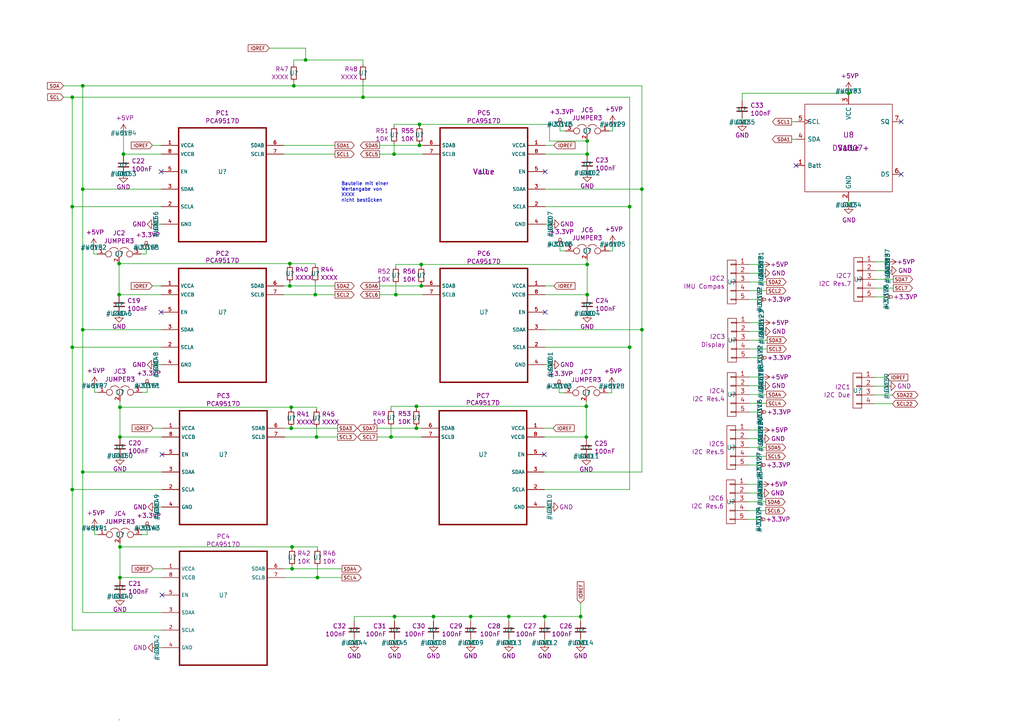
<source format=kicad_sch>
(kicad_sch (version 20200608) (host eeschema "(5.99.0-1946-g60915fbc7)")
  (page 25 33)
  (paper "A4")
  (title_block (title "Ardumower shield SVN Version") (date "2017-04-13") (rev "1.3") (company "ML AG JL UZ"))
  (junction (at 20.955 28.194))
  (junction (at 20.955 59.944))
  (junction (at 20.955 100.711))
  (junction (at 20.955 141.986))
  (junction (at 24.003 24.892))
  (junction (at 24.003 54.864))
  (junction (at 24.003 95.631))
  (junction (at 24.003 136.906))
  (junction (at 34.544 76.454))
  (junction (at 34.544 85.471))
  (junction (at 34.798 118.11))
  (junction (at 34.798 126.746))
  (junction (at 34.798 158.623))
  (junction (at 34.798 167.513))
  (junction (at 35.814 44.704))
  (junction (at 84.074 76.454))
  (junction (at 84.074 82.931))
  (junction (at 84.455 118.11))
  (junction (at 84.455 124.206))
  (junction (at 84.709 158.623))
  (junction (at 84.709 164.973))
  (junction (at 85.217 24.892))
  (junction (at 88.646 17.399))
  (junction (at 91.44 85.471))
  (junction (at 91.821 126.746))
  (junction (at 92.075 167.513))
  (junction (at 105.283 28.194))
  (junction (at 113.411 126.746))
  (junction (at 114.3 44.704))
  (junction (at 114.427 178.816))
  (junction (at 114.808 85.471))
  (junction (at 120.777 117.856))
  (junction (at 120.777 124.206))
  (junction (at 121.666 36.068))
  (junction (at 121.666 42.164))
  (junction (at 122.174 76.708))
  (junction (at 122.174 82.931))
  (junction (at 125.73 178.816))
  (junction (at 136.525 178.816))
  (junction (at 147.574 178.816))
  (junction (at 157.988 178.816))
  (junction (at 168.402 178.816))
  (junction (at 170.053 117.856))
  (junction (at 170.053 126.746))
  (junction (at 170.307 40.894))
  (junction (at 170.307 44.704))
  (junction (at 170.307 76.708))
  (junction (at 170.307 85.471))
  (junction (at 182.626 59.944))
  (junction (at 182.626 100.711))
  (junction (at 186.182 54.864))
  (junction (at 186.182 95.631))
  (junction (at 246.126 27.051))
  (no_connect (at 157.861 131.826))
  (no_connect (at 46.736 90.551))
  (no_connect (at 158.115 49.784))
  (no_connect (at 261.366 50.546))
  (no_connect (at 230.886 48.006))
  (no_connect (at 46.736 49.784))
  (no_connect (at 46.99 131.826))
  (no_connect (at 158.115 90.551))
  (no_connect (at 46.99 172.593))
  (no_connect (at 261.366 35.306))
  (wire (pts (xy 18.415 24.892) (xy 24.003 24.892)))
  (wire (pts (xy 18.415 28.194) (xy 20.955 28.194)))
  (wire (pts (xy 20.955 28.194) (xy 20.955 59.944)))
  (wire (pts (xy 20.955 28.194) (xy 105.283 28.194)))
  (wire (pts (xy 20.955 59.944) (xy 20.955 100.711)))
  (wire (pts (xy 20.955 59.944) (xy 46.736 59.944)))
  (wire (pts (xy 20.955 100.711) (xy 20.955 141.986)))
  (wire (pts (xy 20.955 100.711) (xy 46.736 100.711)))
  (wire (pts (xy 20.955 141.986) (xy 20.955 182.753)))
  (wire (pts (xy 20.955 141.986) (xy 46.99 141.986)))
  (wire (pts (xy 20.955 182.753) (xy 46.99 182.753)))
  (wire (pts (xy 24.003 24.892) (xy 24.003 54.864)))
  (wire (pts (xy 24.003 24.892) (xy 85.217 24.892)))
  (wire (pts (xy 24.003 54.864) (xy 24.003 95.631)))
  (wire (pts (xy 24.003 54.864) (xy 46.736 54.864)))
  (wire (pts (xy 24.003 95.631) (xy 24.003 136.906)))
  (wire (pts (xy 24.003 95.631) (xy 46.736 95.631)))
  (wire (pts (xy 24.003 136.906) (xy 24.003 177.673)))
  (wire (pts (xy 24.003 136.906) (xy 46.99 136.906)))
  (wire (pts (xy 24.003 177.673) (xy 46.99 177.673)))
  (wire (pts (xy 27.178 73.66) (xy 27.178 71.755)))
  (wire (pts (xy 27.432 113.792) (xy 27.432 111.887)))
  (wire (pts (xy 27.432 155.067) (xy 27.432 153.162)))
  (wire (pts (xy 28.194 73.66) (xy 27.178 73.66)))
  (wire (pts (xy 28.448 113.792) (xy 27.432 113.792)))
  (wire (pts (xy 28.448 155.067) (xy 27.432 155.067)))
  (wire (pts (xy 34.544 76.2) (xy 34.544 76.454)))
  (wire (pts (xy 34.544 76.454) (xy 34.544 85.471)))
  (wire (pts (xy 34.544 76.454) (xy 84.074 76.454)))
  (wire (pts (xy 34.544 85.471) (xy 34.544 85.852)))
  (wire (pts (xy 34.544 85.471) (xy 46.736 85.471)))
  (wire (pts (xy 34.798 116.332) (xy 34.798 118.11)))
  (wire (pts (xy 34.798 118.11) (xy 34.798 126.746)))
  (wire (pts (xy 34.798 118.11) (xy 84.455 118.11)))
  (wire (pts (xy 34.798 126.746) (xy 34.798 127.127)))
  (wire (pts (xy 34.798 157.607) (xy 34.798 158.623)))
  (wire (pts (xy 34.798 158.623) (xy 34.798 167.513)))
  (wire (pts (xy 34.798 158.623) (xy 84.709 158.623)))
  (wire (pts (xy 34.798 167.513) (xy 34.798 167.894)))
  (wire (pts (xy 35.814 38.608) (xy 35.814 44.704)))
  (wire (pts (xy 35.814 44.704) (xy 35.814 45.339)))
  (wire (pts (xy 35.814 44.704) (xy 46.736 44.704)))
  (wire (pts (xy 40.894 73.66) (xy 42.418 73.66)))
  (wire (pts (xy 41.148 113.792) (xy 42.672 113.792)))
  (wire (pts (xy 41.148 155.067) (xy 42.672 155.067)))
  (wire (pts (xy 42.418 73.66) (xy 42.418 71.755)))
  (wire (pts (xy 42.672 113.792) (xy 42.672 111.887)))
  (wire (pts (xy 42.672 155.067) (xy 42.672 153.162)))
  (wire (pts (xy 44.196 42.164) (xy 46.736 42.164)))
  (wire (pts (xy 44.196 82.931) (xy 46.736 82.931)))
  (wire (pts (xy 44.45 124.206) (xy 46.99 124.206)))
  (wire (pts (xy 44.45 164.973) (xy 46.99 164.973)))
  (wire (pts (xy 45.212 65.024) (xy 46.736 65.024)))
  (wire (pts (xy 45.212 105.791) (xy 46.736 105.791)))
  (wire (pts (xy 45.466 147.066) (xy 46.99 147.066)))
  (wire (pts (xy 45.466 187.833) (xy 46.99 187.833)))
  (wire (pts (xy 46.99 126.746) (xy 34.798 126.746)))
  (wire (pts (xy 46.99 167.513) (xy 34.798 167.513)))
  (wire (pts (xy 78.105 13.97) (xy 88.646 13.97)))
  (wire (pts (xy 82.296 42.164) (xy 97.155 42.164)))
  (wire (pts (xy 82.296 44.704) (xy 97.155 44.704)))
  (wire (pts (xy 82.296 82.931) (xy 84.074 82.931)))
  (wire (pts (xy 82.296 85.471) (xy 91.44 85.471)))
  (wire (pts (xy 82.55 124.206) (xy 84.455 124.206)))
  (wire (pts (xy 82.55 126.746) (xy 91.821 126.746)))
  (wire (pts (xy 82.55 164.973) (xy 84.709 164.973)))
  (wire (pts (xy 82.55 167.513) (xy 92.075 167.513)))
  (wire (pts (xy 84.074 76.454) (xy 84.074 76.835)))
  (wire (pts (xy 84.074 76.454) (xy 91.44 76.454)))
  (wire (pts (xy 84.074 81.915) (xy 84.074 82.931)))
  (wire (pts (xy 84.074 82.931) (xy 97.155 82.931)))
  (wire (pts (xy 84.455 118.11) (xy 84.455 118.745)))
  (wire (pts (xy 84.455 118.11) (xy 91.821 118.11)))
  (wire (pts (xy 84.455 123.825) (xy 84.455 124.206)))
  (wire (pts (xy 84.455 124.206) (xy 97.917 124.206)))
  (wire (pts (xy 84.709 158.623) (xy 84.709 159.131)))
  (wire (pts (xy 84.709 158.623) (xy 92.075 158.623)))
  (wire (pts (xy 84.709 164.211) (xy 84.709 164.973)))
  (wire (pts (xy 84.709 164.973) (xy 99.187 164.973)))
  (wire (pts (xy 85.217 17.399) (xy 88.646 17.399)))
  (wire (pts (xy 85.217 18.669) (xy 85.217 17.399)))
  (wire (pts (xy 85.217 23.749) (xy 85.217 24.892)))
  (wire (pts (xy 85.217 24.892) (xy 186.182 24.892)))
  (wire (pts (xy 88.646 13.97) (xy 88.646 17.399)))
  (wire (pts (xy 88.646 17.399) (xy 105.283 17.399)))
  (wire (pts (xy 91.44 76.454) (xy 91.44 76.835)))
  (wire (pts (xy 91.44 81.915) (xy 91.44 85.471)))
  (wire (pts (xy 91.44 85.471) (xy 97.155 85.471)))
  (wire (pts (xy 91.821 118.11) (xy 91.821 118.745)))
  (wire (pts (xy 91.821 123.825) (xy 91.821 126.746)))
  (wire (pts (xy 91.821 126.746) (xy 97.917 126.746)))
  (wire (pts (xy 92.075 158.623) (xy 92.075 159.131)))
  (wire (pts (xy 92.075 164.211) (xy 92.075 167.513)))
  (wire (pts (xy 92.075 167.513) (xy 99.187 167.513)))
  (wire (pts (xy 102.743 178.816) (xy 102.743 180.213)))
  (wire (pts (xy 102.743 178.816) (xy 114.427 178.816)))
  (wire (pts (xy 102.743 186.436) (xy 102.743 185.293)))
  (wire (pts (xy 105.283 17.399) (xy 105.283 18.669)))
  (wire (pts (xy 105.283 28.194) (xy 105.283 23.749)))
  (wire (pts (xy 105.283 28.194) (xy 182.626 28.194)))
  (wire (pts (xy 109.347 124.206) (xy 120.777 124.206)))
  (wire (pts (xy 109.347 126.746) (xy 113.411 126.746)))
  (wire (pts (xy 110.109 42.164) (xy 121.666 42.164)))
  (wire (pts (xy 110.109 44.704) (xy 114.3 44.704)))
  (wire (pts (xy 110.109 82.931) (xy 122.174 82.931)))
  (wire (pts (xy 110.109 85.471) (xy 114.808 85.471)))
  (wire (pts (xy 113.411 117.856) (xy 120.777 117.856)))
  (wire (pts (xy 113.411 118.618) (xy 113.411 117.856)))
  (wire (pts (xy 113.411 123.698) (xy 113.411 126.746)))
  (wire (pts (xy 113.411 126.746) (xy 122.301 126.746)))
  (wire (pts (xy 114.3 36.068) (xy 121.666 36.068)))
  (wire (pts (xy 114.3 36.576) (xy 114.3 36.068)))
  (wire (pts (xy 114.3 41.656) (xy 114.3 44.704)))
  (wire (pts (xy 114.3 44.704) (xy 122.555 44.704)))
  (wire (pts (xy 114.427 178.816) (xy 114.427 180.213)))
  (wire (pts (xy 114.427 178.816) (xy 125.73 178.816)))
  (wire (pts (xy 114.427 186.436) (xy 114.427 185.293)))
  (wire (pts (xy 114.808 76.708) (xy 122.174 76.708)))
  (wire (pts (xy 114.808 77.343) (xy 114.808 76.708)))
  (wire (pts (xy 114.808 82.423) (xy 114.808 85.471)))
  (wire (pts (xy 114.808 85.471) (xy 122.555 85.471)))
  (wire (pts (xy 120.777 117.856) (xy 120.777 118.618)))
  (wire (pts (xy 120.777 117.856) (xy 170.053 117.856)))
  (wire (pts (xy 120.777 123.698) (xy 120.777 124.206)))
  (wire (pts (xy 120.777 124.206) (xy 122.301 124.206)))
  (wire (pts (xy 121.666 36.068) (xy 121.666 36.576)))
  (wire (pts (xy 121.666 36.068) (xy 159.385 36.068)))
  (wire (pts (xy 121.666 41.656) (xy 121.666 42.164)))
  (wire (pts (xy 121.666 42.164) (xy 122.555 42.164)))
  (wire (pts (xy 122.174 76.708) (xy 122.174 77.343)))
  (wire (pts (xy 122.174 76.708) (xy 170.307 76.708)))
  (wire (pts (xy 122.174 82.423) (xy 122.174 82.931)))
  (wire (pts (xy 122.174 82.931) (xy 122.555 82.931)))
  (wire (pts (xy 125.73 178.816) (xy 125.73 180.213)))
  (wire (pts (xy 125.73 178.816) (xy 136.525 178.816)))
  (wire (pts (xy 125.73 186.436) (xy 125.73 185.293)))
  (wire (pts (xy 136.525 178.816) (xy 136.525 180.213)))
  (wire (pts (xy 136.525 178.816) (xy 147.574 178.816)))
  (wire (pts (xy 136.525 186.436) (xy 136.525 185.293)))
  (wire (pts (xy 147.574 178.816) (xy 147.574 180.213)))
  (wire (pts (xy 147.574 178.816) (xy 157.988 178.816)))
  (wire (pts (xy 147.574 186.436) (xy 147.574 185.293)))
  (wire (pts (xy 157.861 124.206) (xy 160.401 124.206)))
  (wire (pts (xy 157.861 126.746) (xy 170.053 126.746)))
  (wire (pts (xy 157.988 178.816) (xy 157.988 180.213)))
  (wire (pts (xy 157.988 178.816) (xy 168.402 178.816)))
  (wire (pts (xy 157.988 186.436) (xy 157.988 185.293)))
  (wire (pts (xy 158.115 42.164) (xy 160.655 42.164)))
  (wire (pts (xy 158.115 44.704) (xy 170.307 44.704)))
  (wire (pts (xy 158.115 54.864) (xy 186.182 54.864)))
  (wire (pts (xy 158.115 59.944) (xy 182.626 59.944)))
  (wire (pts (xy 158.115 82.931) (xy 160.655 82.931)))
  (wire (pts (xy 158.115 85.471) (xy 170.307 85.471)))
  (wire (pts (xy 159.385 36.068) (xy 159.385 40.894)))
  (wire (pts (xy 159.385 40.894) (xy 170.307 40.894)))
  (wire (pts (xy 159.385 147.066) (xy 157.861 147.066)))
  (wire (pts (xy 159.639 65.024) (xy 158.115 65.024)))
  (wire (pts (xy 159.639 105.791) (xy 158.115 105.791)))
  (wire (pts (xy 162.179 113.919) (xy 162.179 112.014)))
  (wire (pts (xy 162.433 37.973) (xy 162.433 36.068)))
  (wire (pts (xy 162.433 72.771) (xy 162.433 70.866)))
  (wire (pts (xy 163.703 113.919) (xy 162.179 113.919)))
  (wire (pts (xy 163.957 37.973) (xy 162.433 37.973)))
  (wire (pts (xy 163.957 72.771) (xy 162.433 72.771)))
  (wire (pts (xy 168.402 174.879) (xy 168.402 178.816)))
  (wire (pts (xy 168.402 178.816) (xy 168.402 180.213)))
  (wire (pts (xy 168.402 186.436) (xy 168.402 185.293)))
  (wire (pts (xy 170.053 116.459) (xy 170.053 117.856)))
  (wire (pts (xy 170.053 117.856) (xy 170.053 126.746)))
  (wire (pts (xy 170.053 126.746) (xy 170.053 127.254)))
  (wire (pts (xy 170.307 40.513) (xy 170.307 40.894)))
  (wire (pts (xy 170.307 40.894) (xy 170.307 44.704)))
  (wire (pts (xy 170.307 44.704) (xy 170.307 45.085)))
  (wire (pts (xy 170.307 75.311) (xy 170.307 76.708)))
  (wire (pts (xy 170.307 76.708) (xy 170.307 85.471)))
  (wire (pts (xy 170.307 85.471) (xy 170.307 85.852)))
  (wire (pts (xy 176.403 113.919) (xy 177.419 113.919)))
  (wire (pts (xy 176.657 37.973) (xy 177.673 37.973)))
  (wire (pts (xy 176.657 72.771) (xy 177.673 72.771)))
  (wire (pts (xy 177.419 113.919) (xy 177.419 112.014)))
  (wire (pts (xy 177.673 37.973) (xy 177.673 36.068)))
  (wire (pts (xy 177.673 72.771) (xy 177.673 70.866)))
  (wire (pts (xy 182.626 28.194) (xy 182.626 59.944)))
  (wire (pts (xy 182.626 59.944) (xy 182.626 100.711)))
  (wire (pts (xy 182.626 100.711) (xy 158.115 100.711)))
  (wire (pts (xy 182.626 100.711) (xy 182.626 141.986)))
  (wire (pts (xy 182.626 141.986) (xy 157.861 141.986)))
  (wire (pts (xy 186.182 24.892) (xy 186.182 54.864)))
  (wire (pts (xy 186.182 54.864) (xy 186.182 95.631)))
  (wire (pts (xy 186.182 95.631) (xy 158.115 95.631)))
  (wire (pts (xy 186.182 95.631) (xy 186.182 136.906)))
  (wire (pts (xy 186.182 136.906) (xy 157.861 136.906)))
  (wire (pts (xy 215.265 27.051) (xy 246.126 27.051)))
  (wire (pts (xy 215.265 29.21) (xy 215.265 27.051)))
  (wire (pts (xy 215.265 35.433) (xy 215.265 34.29)))
  (wire (pts (xy 217.043 140.462) (xy 220.472 140.462)))
  (wire (pts (xy 217.043 143.002) (xy 220.472 143.002)))
  (wire (pts (xy 217.043 145.542) (xy 222.123 145.542)))
  (wire (pts (xy 217.043 148.082) (xy 222.123 148.082)))
  (wire (pts (xy 217.17 124.714) (xy 220.599 124.714)))
  (wire (pts (xy 217.17 127.254) (xy 220.599 127.254)))
  (wire (pts (xy 217.17 129.794) (xy 222.25 129.794)))
  (wire (pts (xy 217.17 132.334) (xy 222.25 132.334)))
  (wire (pts (xy 217.297 76.708) (xy 220.726 76.708)))
  (wire (pts (xy 217.297 79.248) (xy 220.726 79.248)))
  (wire (pts (xy 217.297 81.788) (xy 222.377 81.788)))
  (wire (pts (xy 217.297 84.328) (xy 222.377 84.328)))
  (wire (pts (xy 217.297 109.347) (xy 220.726 109.347)))
  (wire (pts (xy 217.297 111.887) (xy 220.726 111.887)))
  (wire (pts (xy 217.297 114.427) (xy 222.377 114.427)))
  (wire (pts (xy 217.297 116.967) (xy 222.377 116.967)))
  (wire (pts (xy 217.424 93.599) (xy 220.853 93.599)))
  (wire (pts (xy 217.424 96.139) (xy 220.853 96.139)))
  (wire (pts (xy 217.424 98.679) (xy 222.504 98.679)))
  (wire (pts (xy 217.424 101.219) (xy 222.504 101.219)))
  (wire (pts (xy 220.091 150.622) (xy 217.043 150.622)))
  (wire (pts (xy 220.218 134.874) (xy 217.17 134.874)))
  (wire (pts (xy 220.345 86.868) (xy 217.297 86.868)))
  (wire (pts (xy 220.345 119.507) (xy 217.297 119.507)))
  (wire (pts (xy 220.472 103.759) (xy 217.424 103.759)))
  (wire (pts (xy 230.886 35.306) (xy 229.616 35.306)))
  (wire (pts (xy 230.886 40.386) (xy 229.616 40.386)))
  (wire (pts (xy 246.126 26.416) (xy 246.126 27.051)))
  (wire (pts (xy 246.126 27.051) (xy 246.126 27.686)))
  (wire (pts (xy 246.126 59.436) (xy 246.126 58.166)))
  (wire (pts (xy 253.746 109.474) (xy 257.175 109.474)))
  (wire (pts (xy 253.746 112.014) (xy 257.175 112.014)))
  (wire (pts (xy 253.746 114.554) (xy 258.826 114.554)))
  (wire (pts (xy 253.746 117.094) (xy 258.826 117.094)))
  (wire (pts (xy 254 75.946) (xy 257.429 75.946)))
  (wire (pts (xy 254 78.486) (xy 257.429 78.486)))
  (wire (pts (xy 254 81.026) (xy 259.08 81.026)))
  (wire (pts (xy 254 83.566) (xy 259.08 83.566)))
  (wire (pts (xy 257.048 86.106) (xy 254 86.106)))
  (polyline (pts (xy 34.544 208.788) (xy 34.671 208.788)) (stroke (width 0) (type dash)))
  (image (at 726.567 76.327))
  (text "Bauteile mit einer \nWertangabe von \nXXXX\nnicht bestücken" (at 98.933 58.801 0) (effects (font (size 0.9906 0.9906)) (justify left bottom)))
  (text "beim i2c PC1 den jumper 5v/3,3V weglassen \nda ist ja die Uhr dran die hat immer 5v. \ndie 10k widerstände an dieser stelle auf jeden fall weg die Uhr hat die selber." (at 322.072 110.871 0) (effects (font (size 2.0066 2.0066)) (justify left bottom)))
  (global_label "SDA" (shape input) (at 18.415 24.892 180) (effects (font (size 0.9906 0.9906))))
  (global_label "SCL" (shape input) (at 18.415 28.194 180) (effects (font (size 0.9906 0.9906))))
  (global_label "IOREF" (shape input) (at 44.196 42.164 180) (effects (font (size 0.9906 0.9906))))
  (global_label "IOREF" (shape input) (at 44.196 82.931 180) (effects (font (size 0.9906 0.9906))))
  (global_label "IOREF" (shape input) (at 44.45 124.206 180) (effects (font (size 0.9906 0.9906))))
  (global_label "IOREF" (shape input) (at 44.45 164.973 180) (effects (font (size 0.9906 0.9906))))
  (global_label "IOREF" (shape input) (at 78.105 13.97 180) (effects (font (size 0.9906 0.9906))))
  (global_label "SDA1" (shape output) (at 97.155 42.164 0) (effects (font (size 0.9906 0.9906))))
  (global_label "SCL1" (shape output) (at 97.155 44.704 0) (effects (font (size 0.9906 0.9906))))
  (global_label "SDA2" (shape output) (at 97.155 82.931 0) (effects (font (size 0.9906 0.9906))))
  (global_label "SCL2" (shape output) (at 97.155 85.471 0) (effects (font (size 0.9906 0.9906))))
  (global_label "SDA3" (shape output) (at 97.917 124.206 0) (effects (font (size 0.9906 0.9906))))
  (global_label "SCL3" (shape output) (at 97.917 126.746 0) (effects (font (size 0.9906 0.9906))))
  (global_label "SDA4" (shape output) (at 99.187 164.973 0) (effects (font (size 0.9906 0.9906))))
  (global_label "SCL4" (shape output) (at 99.187 167.513 0) (effects (font (size 0.9906 0.9906))))
  (global_label "SDA7" (shape output) (at 109.347 124.206 180) (effects (font (size 0.9906 0.9906))))
  (global_label "SCL7" (shape output) (at 109.347 126.746 180) (effects (font (size 0.9906 0.9906))))
  (global_label "SDA5" (shape output) (at 110.109 42.164 180) (effects (font (size 0.9906 0.9906))))
  (global_label "SCL5" (shape output) (at 110.109 44.704 180) (effects (font (size 0.9906 0.9906))))
  (global_label "SDA6" (shape output) (at 110.109 82.931 180) (effects (font (size 0.9906 0.9906))))
  (global_label "SCL6" (shape output) (at 110.109 85.471 180) (effects (font (size 0.9906 0.9906))))
  (global_label "IOREF" (shape input) (at 160.401 124.206 0) (effects (font (size 0.9906 0.9906))))
  (global_label "IOREF" (shape input) (at 160.655 42.164 0) (effects (font (size 0.9906 0.9906))))
  (global_label "IOREF" (shape input) (at 160.655 82.931 0) (effects (font (size 0.9906 0.9906))))
  (global_label "IOREF" (shape input) (at 168.402 174.879 90) (effects (font (size 0.9906 0.9906))))
  (global_label "SDA6" (shape output) (at 222.123 145.542 0) (effects (font (size 0.9906 0.9906))))
  (global_label "SCL6" (shape output) (at 222.123 148.082 0) (effects (font (size 0.9906 0.9906))))
  (global_label "SDA5" (shape output) (at 222.25 129.794 0) (effects (font (size 0.9906 0.9906))))
  (global_label "SCL5" (shape output) (at 222.25 132.334 0) (effects (font (size 0.9906 0.9906))))
  (global_label "SDA2" (shape output) (at 222.377 81.788 0) (effects (font (size 0.9906 0.9906))))
  (global_label "SCL2" (shape output) (at 222.377 84.328 0) (effects (font (size 0.9906 0.9906))))
  (global_label "SDA4" (shape output) (at 222.377 114.427 0) (effects (font (size 0.9906 0.9906))))
  (global_label "SCL4" (shape output) (at 222.377 116.967 0) (effects (font (size 0.9906 0.9906))))
  (global_label "SDA3" (shape output) (at 222.504 98.679 0) (effects (font (size 0.9906 0.9906))))
  (global_label "SCL3" (shape output) (at 222.504 101.219 0) (effects (font (size 0.9906 0.9906))))
  (global_label "SCL1" (shape output) (at 229.616 35.306 180) (effects (font (size 0.9906 0.9906))))
  (global_label "SDA1" (shape output) (at 229.616 40.386 180) (effects (font (size 0.9906 0.9906))))
  (global_label "IOREF" (shape input) (at 257.175 109.474 0) (effects (font (size 0.9906 0.9906))))
  (global_label "SDA22" (shape bidirectional) (at 258.826 114.554 0) (effects (font (size 0.9906 0.9906))))
  (global_label "SCL22" (shape bidirectional) (at 258.826 117.094 0) (effects (font (size 0.9906 0.9906))))
  (global_label "SDA7" (shape output) (at 259.08 81.026 0) (effects (font (size 0.9906 0.9906))))
  (global_label "SCL7" (shape output) (at 259.08 83.566 0) (effects (font (size 0.9906 0.9906))))
  (symbol (lib_id "ardumower-mega-shield-svn-rescue:+3.3VP-RESCUE-ardumower_mega_shield_svn") (at 42.418 71.755 0) (unit 1)
    (property "Referenz" "#PWR0255" (effects hide))
    (property "Wert" "+3.3VP" (at 42.926 68.1228 0))
  )
  (symbol (lib_id "ardumower-mega-shield-svn-rescue:+3.3VP-RESCUE-ardumower_mega_shield_svn") (at 42.672 111.887 0) (unit 1)
    (property "Referenz" "#PWR0253" (effects hide))
    (property "Wert" "+3.3VP" (at 43.18 108.2548 0))
  )
  (symbol (lib_id "ardumower-mega-shield-svn-rescue:+3.3VP-RESCUE-ardumower_mega_shield_svn") (at 42.672 153.162 0) (unit 1)
    (property "Referenz" "#PWR0251" (effects hide))
    (property "Wert" "+3.3VP" (at 43.18 149.5298 0))
  )
  (symbol (lib_id "ardumower-mega-shield-svn-rescue:+3.3VP-RESCUE-ardumower_mega_shield_svn") (at 162.179 112.014 0) (unit 1)
    (property "Referenz" "#PWR0248" (effects hide))
    (property "Wert" "+3.3VP" (at 162.687 108.3818 0))
  )
  (symbol (lib_id "ardumower-mega-shield-svn-rescue:+3.3VP-RESCUE-ardumower_mega_shield_svn") (at 162.433 36.068 0) (unit 1)
    (property "Referenz" "#PWR0245" (effects hide))
    (property "Wert" "+3.3VP" (at 162.941 32.4358 0))
  )
  (symbol (lib_id "ardumower-mega-shield-svn-rescue:+3.3VP-RESCUE-ardumower_mega_shield_svn") (at 162.433 70.866 0) (unit 1)
    (property "Referenz" "#PWR0246" (effects hide))
    (property "Wert" "+3.3VP" (at 162.941 67.2338 0))
  )
  (symbol (lib_id "ardumower-mega-shield-svn-rescue:+3.3VP-RESCUE-ardumower_mega_shield_svn") (at 220.091 150.622 270) (mirror x) (unit 1)
    (property "Referenz" "#PWR0242" (effects hide))
    (property "Wert" "+3.3VP" (at 225.679 150.622 90))
  )
  (symbol (lib_id "ardumower-mega-shield-svn-rescue:+3.3VP-RESCUE-ardumower_mega_shield_svn") (at 220.218 134.874 270) (mirror x) (unit 1)
    (property "Referenz" "#PWR0240" (effects hide))
    (property "Wert" "+3.3VP" (at 225.806 134.874 90))
  )
  (symbol (lib_id "ardumower-mega-shield-svn-rescue:+3.3VP-RESCUE-ardumower_mega_shield_svn") (at 220.345 86.868 270) (mirror x) (unit 1)
    (property "Referenz" "#PWR0234" (effects hide))
    (property "Wert" "+3.3VP" (at 225.933 86.868 90))
  )
  (symbol (lib_id "ardumower-mega-shield-svn-rescue:+3.3VP-RESCUE-ardumower_mega_shield_svn") (at 220.345 119.507 270) (mirror x) (unit 1)
    (property "Referenz" "#PWR0238" (effects hide))
    (property "Wert" "+3.3VP" (at 225.933 119.507 90))
  )
  (symbol (lib_id "ardumower-mega-shield-svn-rescue:+3.3VP-RESCUE-ardumower_mega_shield_svn") (at 220.472 103.759 270) (mirror x) (unit 1)
    (property "Referenz" "#PWR0236" (effects hide))
    (property "Wert" "+3.3VP" (at 226.06 103.759 90))
  )
  (symbol (lib_id "ardumower-mega-shield-svn-rescue:+3.3VP-RESCUE-ardumower_mega_shield_svn") (at 257.048 86.106 270) (mirror x) (unit 1)
    (property "Referenz" "#PWR0232" (effects hide))
    (property "Wert" "+3.3VP" (at 262.636 86.106 90))
  )
  (symbol (lib_id "ardumower-mega-shield-svn-rescue:+5VP-RESCUE-ardumower_mega_shield_svn") (at 27.178 71.755 0) (unit 1)
    (property "Referenz" "#PWR0254" (effects hide))
    (property "Wert" "+5VP" (at 27.559 67.3608 0))
  )
  (symbol (lib_id "ardumower-mega-shield-svn-rescue:+5VP-RESCUE-ardumower_mega_shield_svn") (at 27.432 111.887 0) (unit 1)
    (property "Referenz" "#PWR0252" (effects hide))
    (property "Wert" "+5VP" (at 27.813 107.4928 0))
  )
  (symbol (lib_id "ardumower-mega-shield-svn-rescue:+5VP-RESCUE-ardumower_mega_shield_svn") (at 27.432 153.162 0) (unit 1)
    (property "Referenz" "#PWR0250" (effects hide))
    (property "Wert" "+5VP" (at 27.813 148.7678 0))
  )
  (symbol (lib_id "ardumower-mega-shield-svn-rescue:+5VP-RESCUE-ardumower_mega_shield_svn") (at 35.814 38.608 0) (unit 1)
    (property "Referenz" "#PWR0256" (effects hide))
    (property "Wert" "+5VP" (at 36.195 34.2138 0))
  )
  (symbol (lib_id "ardumower-mega-shield-svn-rescue:+5VP-RESCUE-ardumower_mega_shield_svn") (at 177.419 112.014 0) (unit 1)
    (property "Referenz" "#PWR0249" (effects hide))
    (property "Wert" "+5VP" (at 177.8 107.6198 0))
  )
  (symbol (lib_id "ardumower-mega-shield-svn-rescue:+5VP-RESCUE-ardumower_mega_shield_svn") (at 177.673 36.068 0) (unit 1)
    (property "Referenz" "#PWR0244" (effects hide))
    (property "Wert" "+5VP" (at 178.054 31.6738 0))
  )
  (symbol (lib_id "ardumower-mega-shield-svn-rescue:+5VP-RESCUE-ardumower_mega_shield_svn") (at 177.673 70.866 0) (unit 1)
    (property "Referenz" "#PWR0247" (effects hide))
    (property "Wert" "+5VP" (at 178.054 66.4718 0))
  )
  (symbol (lib_id "ardumower-mega-shield-svn-rescue:+5VP-RESCUE-ardumower_mega_shield_svn") (at 220.472 140.462 270) (mirror x) (unit 1)
    (property "Referenz" "#PWR0241" (effects hide))
    (property "Wert" "+5VP" (at 225.806 140.462 90))
  )
  (symbol (lib_id "ardumower-mega-shield-svn-rescue:+5VP-RESCUE-ardumower_mega_shield_svn") (at 220.599 124.714 270) (mirror x) (unit 1)
    (property "Referenz" "#PWR0239" (effects hide))
    (property "Wert" "+5VP" (at 225.933 124.714 90))
  )
  (symbol (lib_id "ardumower-mega-shield-svn-rescue:+5VP-RESCUE-ardumower_mega_shield_svn") (at 220.726 76.708 270) (mirror x) (unit 1)
    (property "Referenz" "#PWR0233" (effects hide))
    (property "Wert" "+5VP" (at 226.06 76.708 90))
  )
  (symbol (lib_id "ardumower-mega-shield-svn-rescue:+5VP-RESCUE-ardumower_mega_shield_svn") (at 220.726 109.347 270) (mirror x) (unit 1)
    (property "Referenz" "#PWR0237" (effects hide))
    (property "Wert" "+5VP" (at 226.06 109.347 90))
  )
  (symbol (lib_id "ardumower-mega-shield-svn-rescue:+5VP-RESCUE-ardumower_mega_shield_svn") (at 220.853 93.599 270) (mirror x) (unit 1)
    (property "Referenz" "#PWR0235" (effects hide))
    (property "Wert" "+5VP" (at 226.187 93.599 90))
  )
  (symbol (lib_id "ardumower-mega-shield-svn-rescue:+5VP-RESCUE-ardumower_mega_shield_svn") (at 246.126 26.416 0) (unit 1)
    (property "Referenz" "#PWR0243" (effects hide))
    (property "Wert" "+5VP" (at 246.507 22.0218 0))
  )
  (symbol (lib_id "ardumower-mega-shield-svn-rescue:+5VP-RESCUE-ardumower_mega_shield_svn") (at 257.429 75.946 270) (mirror x) (unit 1)
    (property "Referenz" "#PWR0231" (effects hide))
    (property "Wert" "+5VP" (at 262.763 75.946 90))
  )
  (symbol (lib_id "ardumower-mega-shield-svn-rescue:GND-RESCUE-ardumower_mega_shield_svn") (at 34.544 90.932 0) (mirror y) (unit 1)
    (property "Referenz" "#PWR0257" (effects hide))
    (property "Wert" "GND" (at 34.544 94.742 0))
  )
  (symbol (lib_id "ardumower-mega-shield-svn-rescue:GND-RESCUE-ardumower_mega_shield_svn") (at 34.798 132.207 0) (mirror y) (unit 1)
    (property "Referenz" "#PWR0272" (effects hide))
    (property "Wert" "GND" (at 34.798 136.017 0))
  )
  (symbol (lib_id "ardumower-mega-shield-svn-rescue:GND-RESCUE-ardumower_mega_shield_svn") (at 34.798 172.974 0) (mirror y) (unit 1)
    (property "Referenz" "#PWR0259" (effects hide))
    (property "Wert" "GND" (at 34.798 176.784 0))
  )
  (symbol (lib_id "ardumower-mega-shield-svn-rescue:GND-RESCUE-ardumower_mega_shield_svn") (at 35.814 50.419 0) (mirror y) (unit 1)
    (property "Referenz" "#PWR0269" (effects hide))
    (property "Wert" "GND" (at 35.814 54.229 0))
  )
  (symbol (lib_id "ardumower-mega-shield-svn-rescue:GND-RESCUE-ardumower_mega_shield_svn") (at 45.212 65.024 270) (mirror x) (unit 1)
    (property "Referenz" "#PWR0218" (effects hide))
    (property "Wert" "GND" (at 40.386 65.024 90))
  )
  (symbol (lib_id "ardumower-mega-shield-svn-rescue:GND-RESCUE-ardumower_mega_shield_svn") (at 45.212 105.791 270) (mirror x) (unit 1)
    (property "Referenz" "#PWR0219" (effects hide))
    (property "Wert" "GND" (at 40.386 105.791 90))
  )
  (symbol (lib_id "ardumower-mega-shield-svn-rescue:GND-RESCUE-ardumower_mega_shield_svn") (at 45.466 147.066 270) (mirror x) (unit 1)
    (property "Referenz" "#PWR0220" (effects hide))
    (property "Wert" "GND" (at 40.64 147.066 90))
  )
  (symbol (lib_id "ardumower-mega-shield-svn-rescue:GND-RESCUE-ardumower_mega_shield_svn") (at 45.466 187.833 270) (mirror x) (unit 1)
    (property "Referenz" "#PWR0221" (effects hide))
    (property "Wert" "GND" (at 40.64 187.833 90))
  )
  (symbol (lib_id "ardumower-mega-shield-svn-rescue:GND-RESCUE-ardumower_mega_shield_svn") (at 102.743 186.436 0) (unit 1)
    (property "Referenz" "#PWR0268" (effects hide))
    (property "Wert" "GND" (at 102.743 190.246 0))
  )
  (symbol (lib_id "ardumower-mega-shield-svn-rescue:GND-RESCUE-ardumower_mega_shield_svn") (at 114.427 186.436 0) (unit 1)
    (property "Referenz" "#PWR0267" (effects hide))
    (property "Wert" "GND" (at 114.427 190.246 0))
  )
  (symbol (lib_id "ardumower-mega-shield-svn-rescue:GND-RESCUE-ardumower_mega_shield_svn") (at 125.73 186.436 0) (unit 1)
    (property "Referenz" "#PWR0266" (effects hide))
    (property "Wert" "GND" (at 125.73 190.246 0))
  )
  (symbol (lib_id "ardumower-mega-shield-svn-rescue:GND-RESCUE-ardumower_mega_shield_svn") (at 136.525 186.436 0) (unit 1)
    (property "Referenz" "#PWR0265" (effects hide))
    (property "Wert" "GND" (at 136.525 190.246 0))
  )
  (symbol (lib_id "ardumower-mega-shield-svn-rescue:GND-RESCUE-ardumower_mega_shield_svn") (at 147.574 186.436 0) (unit 1)
    (property "Referenz" "#PWR0264" (effects hide))
    (property "Wert" "GND" (at 147.574 190.246 0))
  )
  (symbol (lib_id "ardumower-mega-shield-svn-rescue:GND-RESCUE-ardumower_mega_shield_svn") (at 157.988 186.436 0) (unit 1)
    (property "Referenz" "#PWR0263" (effects hide))
    (property "Wert" "GND" (at 157.988 190.246 0))
  )
  (symbol (lib_id "ardumower-mega-shield-svn-rescue:GND-RESCUE-ardumower_mega_shield_svn") (at 159.385 147.066 90) (unit 1)
    (property "Referenz" "#PWR0224" (effects hide))
    (property "Wert" "GND" (at 164.211 147.066 90))
  )
  (symbol (lib_id "ardumower-mega-shield-svn-rescue:GND-RESCUE-ardumower_mega_shield_svn") (at 159.639 65.024 90) (unit 1)
    (property "Referenz" "#PWR0222" (effects hide))
    (property "Wert" "GND" (at 164.465 65.024 90))
  )
  (symbol (lib_id "ardumower-mega-shield-svn-rescue:GND-RESCUE-ardumower_mega_shield_svn") (at 159.639 105.791 90) (unit 1)
    (property "Referenz" "#PWR0223" (effects hide))
    (property "Wert" "GND" (at 164.465 105.791 90))
  )
  (symbol (lib_id "ardumower-mega-shield-svn-rescue:GND-RESCUE-ardumower_mega_shield_svn") (at 168.402 186.436 0) (unit 1)
    (property "Referenz" "#PWR0262" (effects hide))
    (property "Wert" "GND" (at 168.402 190.246 0))
  )
  (symbol (lib_id "ardumower-mega-shield-svn-rescue:GND-RESCUE-ardumower_mega_shield_svn") (at 170.053 132.334 0) (mirror y) (unit 1)
    (property "Referenz" "#PWR0258" (effects hide))
    (property "Wert" "GND" (at 170.053 136.144 0))
  )
  (symbol (lib_id "ardumower-mega-shield-svn-rescue:GND-RESCUE-ardumower_mega_shield_svn") (at 170.307 50.165 0) (mirror y) (unit 1)
    (property "Referenz" "#PWR0260" (effects hide))
    (property "Wert" "GND" (at 170.307 53.975 0))
  )
  (symbol (lib_id "ardumower-mega-shield-svn-rescue:GND-RESCUE-ardumower_mega_shield_svn") (at 170.307 90.932 0) (mirror y) (unit 1)
    (property "Referenz" "#PWR0261" (effects hide))
    (property "Wert" "GND" (at 170.307 94.742 0))
  )
  (symbol (lib_id "ardumower-mega-shield-svn-rescue:GND-RESCUE-ardumower_mega_shield_svn") (at 215.265 35.433 0) (mirror y) (unit 1)
    (property "Referenz" "#PWR0270" (effects hide))
    (property "Wert" "GND" (at 215.265 39.243 0))
  )
  (symbol (lib_id "ardumower-mega-shield-svn-rescue:GND-RESCUE-ardumower_mega_shield_svn") (at 220.472 143.002 90) (unit 1)
    (property "Referenz" "#PWR0229" (effects hide))
    (property "Wert" "GND" (at 225.552 143.002 90))
  )
  (symbol (lib_id "ardumower-mega-shield-svn-rescue:GND-RESCUE-ardumower_mega_shield_svn") (at 220.599 127.254 90) (unit 1)
    (property "Referenz" "#PWR0228" (effects hide))
    (property "Wert" "GND" (at 225.679 127.254 90))
  )
  (symbol (lib_id "ardumower-mega-shield-svn-rescue:GND-RESCUE-ardumower_mega_shield_svn") (at 220.726 79.248 90) (unit 1)
    (property "Referenz" "#PWR0217" (effects hide))
    (property "Wert" "GND" (at 225.806 79.248 90))
  )
  (symbol (lib_id "ardumower-mega-shield-svn-rescue:GND-RESCUE-ardumower_mega_shield_svn") (at 220.726 111.887 90) (unit 1)
    (property "Referenz" "#PWR0227" (effects hide))
    (property "Wert" "GND" (at 225.806 111.887 90))
  )
  (symbol (lib_id "ardumower-mega-shield-svn-rescue:GND-RESCUE-ardumower_mega_shield_svn") (at 220.853 96.139 90) (unit 1)
    (property "Referenz" "#PWR0226" (effects hide))
    (property "Wert" "GND" (at 225.933 96.139 90))
  )
  (symbol (lib_id "ardumower-mega-shield-svn-rescue:GND-RESCUE-ardumower_mega_shield_svn") (at 246.126 59.436 0) (unit 1)
    (property "Referenz" "#PWR0225" (effects hide))
    (property "Wert" "GND" (at 246.253 63.8302 0))
  )
  (symbol (lib_id "ardumower-mega-shield-svn-rescue:GND-RESCUE-ardumower_mega_shield_svn") (at 257.175 112.014 90) (unit 1)
    (property "Referenz" "#PWR0271" (effects hide))
    (property "Wert" "GND" (at 262.255 112.014 90))
  )
  (symbol (lib_id "ardumower-mega-shield-svn-rescue:GND-RESCUE-ardumower_mega_shield_svn") (at 257.429 78.486 90) (unit 1)
    (property "Referenz" "#PWR0230" (effects hide))
    (property "Wert" "GND" (at 262.509 78.486 90))
  )
  (symbol (lib_id "ardumower-mega-shield-svn-rescue:R_Small-RESCUE-ardumower_mega_shield_svn") (at 84.074 79.375 0) (unit 1)
    (property "Referenz" "R40" (at 85.5726 78.2066 0) (effects (justify left)))
    (property "Wert" "XXXX" (at 85.5726 80.518 0) (effects (justify left)))
    (property "Footprint" "Zimprich:R_0603" (effects hide))
    (property "Gehäuseart" "Value" (effects hide))
    (property "Bestelllink" "Value" (effects hide))
    (property "Technische Daten" "Value" (effects hide))
    (property "Bestellnummer" "Value" (effects hide))
    (property "Bauform" "Value" (effects hide))
  )
  (symbol (lib_id "ardumower-mega-shield-svn-rescue:R_Small-RESCUE-ardumower_mega_shield_svn") (at 84.455 121.285 0) (unit 1)
    (property "Referenz" "R41" (at 85.9536 120.1166 0) (effects (justify left)))
    (property "Wert" "XXXX" (at 85.9536 122.428 0) (effects (justify left)))
    (property "Footprint" "Zimprich:R_0603" (effects hide))
    (property "Gehäuseart" "Value" (effects hide))
    (property "Bestelllink" "Value" (effects hide))
    (property "Technische Daten" "Value" (effects hide))
    (property "Bestellnummer" "Value" (effects hide))
    (property "Bauform" "Value" (effects hide))
  )
  (symbol (lib_id "ardumower-mega-shield-svn-rescue:R_Small-RESCUE-ardumower_mega_shield_svn") (at 84.709 161.671 0) (unit 1)
    (property "Referenz" "R42" (at 86.2076 160.5026 0) (effects (justify left)))
    (property "Wert" "10K" (at 86.2076 162.814 0) (effects (justify left)))
    (property "Footprint" "Zimprich:R_0603" (effects hide))
    (property "Gehäuseart" "Value" (effects hide))
    (property "Bestelllink" "Value" (effects hide))
    (property "Technische Daten" "Value" (effects hide))
    (property "Bestellnummer" "Value" (effects hide))
    (property "Bauform" "Value" (effects hide))
  )
  (symbol (lib_id "ardumower-mega-shield-svn-rescue:R_Small-RESCUE-ardumower_mega_shield_svn") (at 85.217 21.209 0) (mirror y) (unit 1)
    (property "Referenz" "R47" (at 83.7438 20.0406 0) (effects (justify left)))
    (property "Wert" "XXXX" (at 83.7438 22.352 0) (effects (justify left)))
    (property "Footprint" "Zimprich:R_0603" (effects hide))
    (property "Gehäuseart" "Value" (effects hide))
    (property "Bestelllink" "Value" (effects hide))
    (property "Technische Daten" "Value" (effects hide))
    (property "Bestellnummer" "Value" (effects hide))
    (property "Bauform" "Value" (effects hide))
  )
  (symbol (lib_id "ardumower-mega-shield-svn-rescue:R_Small-RESCUE-ardumower_mega_shield_svn") (at 91.44 79.375 0) (unit 1)
    (property "Referenz" "R44" (at 92.9386 78.2066 0) (effects (justify left)))
    (property "Wert" "XXXX" (at 92.9386 80.518 0) (effects (justify left)))
    (property "Footprint" "Zimprich:R_0603" (effects hide))
    (property "Gehäuseart" "Value" (effects hide))
    (property "Bestelllink" "Value" (effects hide))
    (property "Technische Daten" "Value" (effects hide))
    (property "Bestellnummer" "Value" (effects hide))
    (property "Bauform" "Value" (effects hide))
  )
  (symbol (lib_id "ardumower-mega-shield-svn-rescue:R_Small-RESCUE-ardumower_mega_shield_svn") (at 91.821 121.285 0) (unit 1)
    (property "Referenz" "R45" (at 93.3196 120.1166 0) (effects (justify left)))
    (property "Wert" "XXXX" (at 93.3196 122.428 0) (effects (justify left)))
    (property "Footprint" "Zimprich:R_0603" (effects hide))
    (property "Gehäuseart" "Value" (effects hide))
    (property "Bestelllink" "Value" (effects hide))
    (property "Technische Daten" "Value" (effects hide))
    (property "Bestellnummer" "Value" (effects hide))
    (property "Bauform" "Value" (effects hide))
  )
  (symbol (lib_id "ardumower-mega-shield-svn-rescue:R_Small-RESCUE-ardumower_mega_shield_svn") (at 92.075 161.671 0) (unit 1)
    (property "Referenz" "R46" (at 93.5736 160.5026 0) (effects (justify left)))
    (property "Wert" "10K" (at 93.5736 162.814 0) (effects (justify left)))
    (property "Footprint" "Zimprich:R_0603" (effects hide))
    (property "Gehäuseart" "Value" (effects hide))
    (property "Bestelllink" "Value" (effects hide))
    (property "Technische Daten" "Value" (effects hide))
    (property "Bestellnummer" "Value" (effects hide))
    (property "Bauform" "Value" (effects hide))
  )
  (symbol (lib_id "ardumower-mega-shield-svn-rescue:R_Small-RESCUE-ardumower_mega_shield_svn") (at 105.283 21.209 0) (mirror y) (unit 1)
    (property "Referenz" "R48" (at 103.8098 20.0406 0) (effects (justify left)))
    (property "Wert" "XXXX" (at 103.8098 22.352 0) (effects (justify left)))
    (property "Footprint" "Zimprich:R_0603" (effects hide))
    (property "Gehäuseart" "Value" (effects hide))
    (property "Bestelllink" "Value" (effects hide))
    (property "Technische Daten" "Value" (effects hide))
    (property "Bestellnummer" "Value" (effects hide))
    (property "Bauform" "Value" (effects hide))
  )
  (symbol (lib_id "ardumower-mega-shield-svn-rescue:R_Small-RESCUE-ardumower_mega_shield_svn") (at 113.411 121.158 0) (mirror y) (unit 1)
    (property "Referenz" "R49" (at 111.9124 119.9896 0) (effects (justify left)))
    (property "Wert" "10K" (at 111.9124 122.301 0) (effects (justify left)))
    (property "Footprint" "Zimprich:R_0603" (effects hide))
    (property "Gehäuseart" "Value" (effects hide))
    (property "Bestelllink" "Value" (effects hide))
    (property "Technische Daten" "Value" (effects hide))
    (property "Bestellnummer" "Value" (effects hide))
    (property "Bauform" "Value" (effects hide))
  )
  (symbol (lib_id "ardumower-mega-shield-svn-rescue:R_Small-RESCUE-ardumower_mega_shield_svn") (at 114.3 39.116 0) (mirror y) (unit 1)
    (property "Referenz" "R51" (at 112.8014 37.9476 0) (effects (justify left)))
    (property "Wert" "10K" (at 112.8014 40.259 0) (effects (justify left)))
    (property "Footprint" "Zimprich:R_0603" (effects hide))
    (property "Gehäuseart" "Value" (effects hide))
    (property "Bestelllink" "Value" (effects hide))
    (property "Technische Daten" "Value" (effects hide))
    (property "Bestellnummer" "Value" (effects hide))
    (property "Bauform" "Value" (effects hide))
  )
  (symbol (lib_id "ardumower-mega-shield-svn-rescue:R_Small-RESCUE-ardumower_mega_shield_svn") (at 114.808 79.883 0) (mirror y) (unit 1)
    (property "Referenz" "R52" (at 113.3094 78.7146 0) (effects (justify left)))
    (property "Wert" "10K" (at 113.3094 81.026 0) (effects (justify left)))
    (property "Footprint" "Zimprich:R_0603" (effects hide))
    (property "Gehäuseart" "Value" (effects hide))
    (property "Bestelllink" "Value" (effects hide))
    (property "Technische Daten" "Value" (effects hide))
    (property "Bestellnummer" "Value" (effects hide))
    (property "Bauform" "Value" (effects hide))
  )
  (symbol (lib_id "ardumower-mega-shield-svn-rescue:R_Small-RESCUE-ardumower_mega_shield_svn") (at 120.777 121.158 0) (mirror y) (unit 1)
    (property "Referenz" "R53" (at 119.2784 119.9896 0) (effects (justify left)))
    (property "Wert" "10K" (at 119.2784 122.301 0) (effects (justify left)))
    (property "Footprint" "Zimprich:R_0603" (effects hide))
    (property "Gehäuseart" "Value" (effects hide))
    (property "Bestelllink" "Value" (effects hide))
    (property "Technische Daten" "Value" (effects hide))
    (property "Bestellnummer" "Value" (effects hide))
    (property "Bauform" "Value" (effects hide))
  )
  (symbol (lib_id "ardumower-mega-shield-svn-rescue:R_Small-RESCUE-ardumower_mega_shield_svn") (at 121.666 39.116 0) (mirror y) (unit 1)
    (property "Referenz" "R55" (at 120.1674 37.9476 0) (effects (justify left)))
    (property "Wert" "10K" (at 120.1674 40.259 0) (effects (justify left)))
    (property "Footprint" "Zimprich:R_0603" (effects hide))
    (property "Gehäuseart" "Value" (effects hide))
    (property "Bestelllink" "Value" (effects hide))
    (property "Technische Daten" "Value" (effects hide))
    (property "Bestellnummer" "Value" (effects hide))
    (property "Bauform" "Value" (effects hide))
  )
  (symbol (lib_id "ardumower-mega-shield-svn-rescue:R_Small-RESCUE-ardumower_mega_shield_svn") (at 122.174 79.883 0) (mirror y) (unit 1)
    (property "Referenz" "R56" (at 120.6754 78.7146 0) (effects (justify left)))
    (property "Wert" "10K" (at 120.6754 81.026 0) (effects (justify left)))
    (property "Footprint" "Zimprich:R_0603" (effects hide))
    (property "Gehäuseart" "Value" (effects hide))
    (property "Bestelllink" "Value" (effects hide))
    (property "Technische Daten" "Value" (effects hide))
    (property "Bestellnummer" "Value" (effects hide))
    (property "Bauform" "Value" (effects hide))
  )
  (symbol (lib_id "ardumower-mega-shield-svn-rescue:C_Small-RESCUE-ardumower_mega_shield_svn") (at 34.544 88.392 0) (unit 1)
    (property "Referenz" "C19" (at 36.8808 87.2236 0) (effects (justify left)))
    (property "Wert" "100nF" (at 36.8808 89.535 0) (effects (justify left)))
    (property "Footprint" "Capacitors_SMD:C_1206" (effects hide))
    (property "Gehäuseart" "Value" (effects hide))
    (property "Bestelllink" "Value" (effects hide))
    (property "Technische Daten" "Value" (effects hide))
    (property "Bestellnummer" "Value" (effects hide))
    (property "Bauform" "Value" (effects hide))
    (property "Funktion" "Value" (effects hide))
    (property "Hersteller" "Value" (effects hide))
    (property "Hersteller Bestellnummer" "Value" (effects hide))
  )
  (symbol (lib_id "ardumower-mega-shield-svn-rescue:C_Small-RESCUE-ardumower_mega_shield_svn") (at 34.798 129.667 0) (unit 1)
    (property "Referenz" "C20" (at 37.1348 128.4986 0) (effects (justify left)))
    (property "Wert" "100nF" (at 37.1348 130.81 0) (effects (justify left)))
    (property "Footprint" "Capacitors_SMD:C_1206" (effects hide))
    (property "Gehäuseart" "Value" (effects hide))
    (property "Bestelllink" "Value" (effects hide))
    (property "Technische Daten" "Value" (effects hide))
    (property "Bestellnummer" "Value" (effects hide))
    (property "Bauform" "Value" (effects hide))
    (property "Funktion" "Value" (effects hide))
    (property "Hersteller" "Value" (effects hide))
    (property "Hersteller Bestellnummer" "Value" (effects hide))
  )
  (symbol (lib_id "ardumower-mega-shield-svn-rescue:C_Small-RESCUE-ardumower_mega_shield_svn") (at 34.798 170.434 0) (unit 1)
    (property "Referenz" "C21" (at 37.1348 169.2656 0) (effects (justify left)))
    (property "Wert" "100nF" (at 37.1348 171.577 0) (effects (justify left)))
    (property "Footprint" "Capacitors_SMD:C_1206" (effects hide))
    (property "Gehäuseart" "Value" (effects hide))
    (property "Bestelllink" "Value" (effects hide))
    (property "Technische Daten" "Value" (effects hide))
    (property "Bestellnummer" "Value" (effects hide))
    (property "Bauform" "Value" (effects hide))
    (property "Funktion" "Value" (effects hide))
    (property "Hersteller" "Value" (effects hide))
    (property "Hersteller Bestellnummer" "Value" (effects hide))
  )
  (symbol (lib_id "ardumower-mega-shield-svn-rescue:C_Small-RESCUE-ardumower_mega_shield_svn") (at 35.814 47.879 0) (unit 1)
    (property "Referenz" "C22" (at 38.1508 46.7106 0) (effects (justify left)))
    (property "Wert" "100nF" (at 38.1508 49.022 0) (effects (justify left)))
    (property "Footprint" "Capacitors_SMD:C_1206" (effects hide))
    (property "Gehäuseart" "Value" (effects hide))
    (property "Bestelllink" "Value" (effects hide))
    (property "Technische Daten" "Value" (effects hide))
    (property "Bestellnummer" "Value" (effects hide))
    (property "Bauform" "Value" (effects hide))
    (property "Funktion" "Value" (effects hide))
    (property "Hersteller" "Value" (effects hide))
    (property "Hersteller Bestellnummer" "Value" (effects hide))
  )
  (symbol (lib_id "ardumower-mega-shield-svn-rescue:C_Small-RESCUE-ardumower_mega_shield_svn") (at 102.743 182.753 0) (mirror y) (unit 1)
    (property "Referenz" "C32" (at 100.4062 181.5846 0) (effects (justify left)))
    (property "Wert" "100nF" (at 100.4062 183.896 0) (effects (justify left)))
    (property "Footprint" "Capacitors_SMD:C_1206" (effects hide))
    (property "Gehäuseart" "Value" (effects hide))
    (property "Bestelllink" "Value" (effects hide))
    (property "Technische Daten" "Value" (effects hide))
    (property "Bestellnummer" "Value" (effects hide))
    (property "Bauform" "Value" (effects hide))
    (property "Funktion" "Value" (effects hide))
    (property "Hersteller" "Value" (effects hide))
    (property "Hersteller Bestellnummer" "Value" (effects hide))
  )
  (symbol (lib_id "ardumower-mega-shield-svn-rescue:C_Small-RESCUE-ardumower_mega_shield_svn") (at 114.427 182.753 0) (mirror y) (unit 1)
    (property "Referenz" "C31" (at 112.0902 181.5846 0) (effects (justify left)))
    (property "Wert" "100nF" (at 112.0902 183.896 0) (effects (justify left)))
    (property "Footprint" "Capacitors_SMD:C_1206" (effects hide))
    (property "Gehäuseart" "Value" (effects hide))
    (property "Bestelllink" "Value" (effects hide))
    (property "Technische Daten" "Value" (effects hide))
    (property "Bestellnummer" "Value" (effects hide))
    (property "Bauform" "Value" (effects hide))
    (property "Funktion" "Value" (effects hide))
    (property "Hersteller" "Value" (effects hide))
    (property "Hersteller Bestellnummer" "Value" (effects hide))
  )
  (symbol (lib_id "ardumower-mega-shield-svn-rescue:C_Small-RESCUE-ardumower_mega_shield_svn") (at 125.73 182.753 0) (mirror y) (unit 1)
    (property "Referenz" "C30" (at 123.3932 181.5846 0) (effects (justify left)))
    (property "Wert" "100nF" (at 123.3932 183.896 0) (effects (justify left)))
    (property "Footprint" "Capacitors_SMD:C_1206" (effects hide))
    (property "Gehäuseart" "Value" (effects hide))
    (property "Bestelllink" "Value" (effects hide))
    (property "Technische Daten" "Value" (effects hide))
    (property "Bestellnummer" "Value" (effects hide))
    (property "Bauform" "Value" (effects hide))
    (property "Funktion" "Value" (effects hide))
    (property "Hersteller" "Value" (effects hide))
    (property "Hersteller Bestellnummer" "Value" (effects hide))
  )
  (symbol (lib_id "ardumower-mega-shield-svn-rescue:C_Small-RESCUE-ardumower_mega_shield_svn") (at 136.525 182.753 0) (mirror y) (unit 1)
    (property "Referenz" "C29" (at 134.1882 181.5846 0) (effects (justify left)))
    (property "Wert" "100nF" (at 134.1882 183.896 0) (effects (justify left)))
    (property "Footprint" "Capacitors_SMD:C_1206" (effects hide))
    (property "Gehäuseart" "Value" (effects hide))
    (property "Bestelllink" "Value" (effects hide))
    (property "Technische Daten" "Value" (effects hide))
    (property "Bestellnummer" "Value" (effects hide))
    (property "Bauform" "Value" (effects hide))
    (property "Funktion" "Value" (effects hide))
    (property "Hersteller" "Value" (effects hide))
    (property "Hersteller Bestellnummer" "Value" (effects hide))
  )
  (symbol (lib_id "ardumower-mega-shield-svn-rescue:C_Small-RESCUE-ardumower_mega_shield_svn") (at 147.574 182.753 0) (mirror y) (unit 1)
    (property "Referenz" "C28" (at 145.2372 181.5846 0) (effects (justify left)))
    (property "Wert" "100nF" (at 145.2372 183.896 0) (effects (justify left)))
    (property "Footprint" "Capacitors_SMD:C_1206" (effects hide))
    (property "Gehäuseart" "Value" (effects hide))
    (property "Bestelllink" "Value" (effects hide))
    (property "Technische Daten" "Value" (effects hide))
    (property "Bestellnummer" "Value" (effects hide))
    (property "Bauform" "Value" (effects hide))
    (property "Funktion" "Value" (effects hide))
    (property "Hersteller" "Value" (effects hide))
    (property "Hersteller Bestellnummer" "Value" (effects hide))
  )
  (symbol (lib_id "ardumower-mega-shield-svn-rescue:C_Small-RESCUE-ardumower_mega_shield_svn") (at 157.988 182.753 0) (mirror y) (unit 1)
    (property "Referenz" "C27" (at 155.6512 181.5846 0) (effects (justify left)))
    (property "Wert" "100nF" (at 155.6512 183.896 0) (effects (justify left)))
    (property "Footprint" "Capacitors_SMD:C_1206" (effects hide))
    (property "Gehäuseart" "Value" (effects hide))
    (property "Bestelllink" "Value" (effects hide))
    (property "Technische Daten" "Value" (effects hide))
    (property "Bestellnummer" "Value" (effects hide))
    (property "Bauform" "Value" (effects hide))
    (property "Funktion" "Value" (effects hide))
    (property "Hersteller" "Value" (effects hide))
    (property "Hersteller Bestellnummer" "Value" (effects hide))
  )
  (symbol (lib_id "ardumower-mega-shield-svn-rescue:C_Small-RESCUE-ardumower_mega_shield_svn") (at 168.402 182.753 0) (mirror y) (unit 1)
    (property "Referenz" "C26" (at 166.0652 181.5846 0) (effects (justify left)))
    (property "Wert" "100nF" (at 166.0652 183.896 0) (effects (justify left)))
    (property "Footprint" "Capacitors_SMD:C_1206" (effects hide))
    (property "Gehäuseart" "Value" (effects hide))
    (property "Bestelllink" "Value" (effects hide))
    (property "Technische Daten" "Value" (effects hide))
    (property "Bestellnummer" "Value" (effects hide))
    (property "Bauform" "Value" (effects hide))
    (property "Funktion" "Value" (effects hide))
    (property "Hersteller" "Value" (effects hide))
    (property "Hersteller Bestellnummer" "Value" (effects hide))
  )
  (symbol (lib_id "ardumower-mega-shield-svn-rescue:C_Small-RESCUE-ardumower_mega_shield_svn") (at 170.053 129.794 0) (unit 1)
    (property "Referenz" "C25" (at 172.3898 128.6256 0) (effects (justify left)))
    (property "Wert" "100nF" (at 172.3898 130.937 0) (effects (justify left)))
    (property "Footprint" "Capacitors_SMD:C_1206" (effects hide))
    (property "Gehäuseart" "Value" (effects hide))
    (property "Bestelllink" "Value" (effects hide))
    (property "Technische Daten" "Value" (effects hide))
    (property "Bestellnummer" "Value" (effects hide))
    (property "Bauform" "Value" (effects hide))
    (property "Funktion" "Value" (effects hide))
    (property "Hersteller" "Value" (effects hide))
    (property "Hersteller Bestellnummer" "Value" (effects hide))
  )
  (symbol (lib_id "ardumower-mega-shield-svn-rescue:C_Small-RESCUE-ardumower_mega_shield_svn") (at 170.307 47.625 0) (unit 1)
    (property "Referenz" "C23" (at 172.6438 46.4566 0) (effects (justify left)))
    (property "Wert" "100nF" (at 172.6438 48.768 0) (effects (justify left)))
    (property "Footprint" "Capacitors_SMD:C_1206" (effects hide))
    (property "Gehäuseart" "Value" (effects hide))
    (property "Bestelllink" "Value" (effects hide))
    (property "Technische Daten" "Value" (effects hide))
    (property "Bestellnummer" "Value" (effects hide))
    (property "Bauform" "Value" (effects hide))
    (property "Funktion" "Value" (effects hide))
    (property "Hersteller" "Value" (effects hide))
    (property "Hersteller Bestellnummer" "Value" (effects hide))
  )
  (symbol (lib_id "ardumower-mega-shield-svn-rescue:C_Small-RESCUE-ardumower_mega_shield_svn") (at 170.307 88.392 0) (unit 1)
    (property "Referenz" "C24" (at 172.6438 87.2236 0) (effects (justify left)))
    (property "Wert" "100nF" (at 172.6438 89.535 0) (effects (justify left)))
    (property "Footprint" "Capacitors_SMD:C_1206" (effects hide))
    (property "Gehäuseart" "Value" (effects hide))
    (property "Bestelllink" "Value" (effects hide))
    (property "Technische Daten" "Value" (effects hide))
    (property "Bestellnummer" "Value" (effects hide))
    (property "Bauform" "Value" (effects hide))
    (property "Funktion" "Value" (effects hide))
    (property "Hersteller" "Value" (effects hide))
    (property "Hersteller Bestellnummer" "Value" (effects hide))
  )
  (symbol (lib_id "ardumower-mega-shield-svn-rescue:C_Small-RESCUE-ardumower_mega_shield_svn") (at 215.265 31.75 0) (unit 1)
    (property "Referenz" "C33" (at 217.6018 30.5816 0) (effects (justify left)))
    (property "Wert" "100nF" (at 217.6018 32.893 0) (effects (justify left)))
    (property "Footprint" "Capacitors_SMD:C_1206" (effects hide))
    (property "Gehäuseart" "Value" (effects hide))
    (property "Bestelllink" "Value" (effects hide))
    (property "Technische Daten" "Value" (effects hide))
    (property "Bestellnummer" "Value" (effects hide))
    (property "Bauform" "Value" (effects hide))
    (property "Funktion" "Value" (effects hide))
    (property "Hersteller" "Value" (effects hide))
    (property "Hersteller Bestellnummer" "Value" (effects hide))
  )
  (symbol (lib_id "ardumower-mega-shield-svn-rescue:JUMPER3-RESCUE-ardumower_mega_shield_svn") (at 34.544 73.66 0) (unit 1)
    (property "Referenz" "JC2" (at 34.544 67.5894 0))
    (property "Wert" "JUMPER3" (at 34.544 69.9008 0))
    (property "Footprint" "Pin_Headers:Pin_Header_Straight_1x03_Pitch2.54mm" (effects hide))
  )
  (symbol (lib_id "ardumower-mega-shield-svn-rescue:JUMPER3-RESCUE-ardumower_mega_shield_svn") (at 34.798 113.792 0) (unit 1)
    (property "Referenz" "JC3" (at 34.798 107.7214 0))
    (property "Wert" "JUMPER3" (at 34.798 110.0328 0))
    (property "Footprint" "Pin_Headers:Pin_Header_Straight_1x03_Pitch2.54mm" (effects hide))
  )
  (symbol (lib_id "ardumower-mega-shield-svn-rescue:JUMPER3-RESCUE-ardumower_mega_shield_svn") (at 34.798 155.067 0) (unit 1)
    (property "Referenz" "JC4" (at 34.798 148.9964 0))
    (property "Wert" "JUMPER3" (at 34.798 151.3078 0))
    (property "Footprint" "Pin_Headers:Pin_Header_Straight_1x03_Pitch2.54mm" (effects hide))
  )
  (symbol (lib_id "ardumower-mega-shield-svn-rescue:JUMPER3-RESCUE-ardumower_mega_shield_svn") (at 170.053 113.919 0) (mirror y) (unit 1)
    (property "Referenz" "JC7" (at 170.053 107.8484 0))
    (property "Wert" "JUMPER3" (at 170.053 110.1598 0))
    (property "Footprint" "Pin_Headers:Pin_Header_Straight_1x03_Pitch2.54mm" (effects hide))
  )
  (symbol (lib_id "ardumower-mega-shield-svn-rescue:JUMPER3-RESCUE-ardumower_mega_shield_svn") (at 170.307 37.973 0) (mirror y) (unit 1)
    (property "Referenz" "JC5" (at 170.307 31.9024 0))
    (property "Wert" "JUMPER3" (at 170.307 34.2138 0))
    (property "Footprint" "Pin_Headers:Pin_Header_Straight_1x03_Pitch2.54mm" (effects hide))
  )
  (symbol (lib_id "ardumower-mega-shield-svn-rescue:JUMPER3-RESCUE-ardumower_mega_shield_svn") (at 170.307 72.771 0) (mirror y) (unit 1)
    (property "Referenz" "JC6" (at 170.307 66.7004 0))
    (property "Wert" "JUMPER3" (at 170.307 69.0118 0))
    (property "Footprint" "Pin_Headers:Pin_Header_Straight_1x03_Pitch2.54mm" (effects hide))
  )
  (symbol (lib_id "ardumower-mega-shield-svn-rescue:CONN_01X04-RESCUE-ardumower_mega_shield_svn") (at 248.666 113.284 0) (mirror y) (unit 1)
    (property "Referenz" "I2C1" (at 246.6848 112.2426 0) (effects (justify left)))
    (property "Wert" "I2C Due" (at 246.6848 114.554 0) (effects (justify left)))
    (property "Footprint" "Zimprich:JST_EH_B04B-EH-A_04x2.50mm_Straight" (effects hide))
    (property "Gehäuseart" "Value" (effects hide))
    (property "Bestelllink" "Value" (effects hide))
    (property "Technische Daten" "Value" (effects hide))
    (property "Bestellnummer" "Value" (effects hide))
    (property "Bauform" "Value" (effects hide))
    (property "Funktion" "Value" (effects hide))
    (property "Hersteller" "Value" (effects hide))
    (property "Hersteller Bestellnummer" "Value" (effects hide))
  )
  (symbol (lib_id "ardumower-mega-shield-svn-rescue:CONN_01X05-RESCUE-ardumower_mega_shield_svn") (at 211.963 145.542 0) (mirror y) (unit 1)
    (property "Referenz" "I2C6" (at 209.9818 144.5006 0) (effects (justify left)))
    (property "Wert" "I2C Res.6" (at 209.9818 146.812 0) (effects (justify left)))
    (property "Footprint" "Zimprich:JST_EH_B05B-EH-A_05x2.50mm_Straight" (effects hide))
    (property "Gehäuseart" "Value" (effects hide))
    (property "Bestelllink" "Value" (effects hide))
    (property "Technische Daten" "Value" (effects hide))
    (property "Bestellnummer" "Value" (effects hide))
    (property "Bauform" "Value" (effects hide))
  )
  (symbol (lib_id "ardumower-mega-shield-svn-rescue:CONN_01X05-RESCUE-ardumower_mega_shield_svn") (at 212.09 129.794 0) (mirror y) (unit 1)
    (property "Referenz" "I2C5" (at 210.1088 128.7526 0) (effects (justify left)))
    (property "Wert" "I2C Res.5" (at 210.1088 131.064 0) (effects (justify left)))
    (property "Footprint" "Zimprich:JST_EH_B05B-EH-A_05x2.50mm_Straight" (effects hide))
    (property "Gehäuseart" "Value" (effects hide))
    (property "Bestelllink" "Value" (effects hide))
    (property "Technische Daten" "Value" (effects hide))
    (property "Bestellnummer" "Value" (effects hide))
    (property "Bauform" "Value" (effects hide))
  )
  (symbol (lib_id "ardumower-mega-shield-svn-rescue:CONN_01X05-RESCUE-ardumower_mega_shield_svn") (at 212.217 81.788 0) (mirror y) (unit 1)
    (property "Referenz" "I2C2" (at 210.2358 80.7466 0) (effects (justify left)))
    (property "Wert" "IMU Compas" (at 210.2358 83.058 0) (effects (justify left)))
    (property "Footprint" "Zimprich:JST_EH_B05B-EH-A_05x2.50mm_Straight" (effects hide))
    (property "Gehäuseart" "Value" (effects hide))
    (property "Bestelllink" "Value" (effects hide))
    (property "Technische Daten" "Value" (effects hide))
    (property "Bestellnummer" "Value" (effects hide))
    (property "Bauform" "Value" (effects hide))
  )
  (symbol (lib_id "ardumower-mega-shield-svn-rescue:CONN_01X05-RESCUE-ardumower_mega_shield_svn") (at 212.217 114.427 0) (mirror y) (unit 1)
    (property "Referenz" "I2C4" (at 210.2358 113.3856 0) (effects (justify left)))
    (property "Wert" "I2C Res.4" (at 210.2358 115.697 0) (effects (justify left)))
    (property "Footprint" "Zimprich:JST_EH_B05B-EH-A_05x2.50mm_Straight" (effects hide))
    (property "Gehäuseart" "Value" (effects hide))
    (property "Bestelllink" "Value" (effects hide))
    (property "Technische Daten" "Value" (effects hide))
    (property "Bestellnummer" "Value" (effects hide))
    (property "Bauform" "Value" (effects hide))
  )
  (symbol (lib_id "ardumower-mega-shield-svn-rescue:CONN_01X05-RESCUE-ardumower_mega_shield_svn") (at 212.344 98.679 0) (mirror y) (unit 1)
    (property "Referenz" "I2C3" (at 210.3628 97.6376 0) (effects (justify left)))
    (property "Wert" "Display" (at 210.3628 99.949 0) (effects (justify left)))
    (property "Footprint" "Zimprich:JST_EH_B05B-EH-A_05x2.50mm_Straight" (effects hide))
    (property "Gehäuseart" "Value" (effects hide))
    (property "Bestelllink" "Value" (effects hide))
    (property "Technische Daten" "Value" (effects hide))
    (property "Bestellnummer" "Value" (effects hide))
    (property "Bauform" "Value" (effects hide))
  )
  (symbol (lib_id "ardumower-mega-shield-svn-rescue:CONN_01X05-RESCUE-ardumower_mega_shield_svn") (at 248.92 81.026 0) (mirror y) (unit 1)
    (property "Referenz" "I2C7" (at 246.9388 79.9846 0) (effects (justify left)))
    (property "Wert" "I2C Res.7" (at 246.9388 82.296 0) (effects (justify left)))
    (property "Footprint" "Zimprich:JST_EH_B05B-EH-A_05x2.50mm_Straight" (effects hide))
    (property "Gehäuseart" "Value" (effects hide))
    (property "Bestelllink" "Value" (effects hide))
    (property "Technische Daten" "Value" (effects hide))
    (property "Bestellnummer" "Value" (effects hide))
    (property "Bauform" "Value" (effects hide))
  )
  (symbol (lib_id "ardumower-mega-shield-svn-rescue:DS1307+-RESCUE-ardumower_mega_shield_svn") (at 246.126 42.926 0) (unit 1)
    (property "Referenz" "U8" (at 246.126 39.116 0) (effects (font (size 1.524 1.524))))
    (property "Wert" "DS1307+" (at 246.761 42.926 0) (effects (font (size 1.524 1.524))))
    (property "Footprint" "Zimprich:Tiny_RTC_DS1307_geändert_mit_Bohrloch_4Lochreihen" (effects hide))
    (property "Gehäuseart" "Value" (effects hide))
    (property "Bestelllink" "Value" (effects hide))
    (property "Technische Daten" "Value" (at 246.126 42.926 0) (effects (font (size 1.524 1.524))))
    (property "Bestellnummer" "Value" (at 246.126 42.926 0) (effects (font (size 1.524 1.524))))
    (property "Bauform" "Value" (at 246.126 42.926 0) (effects (font (size 1.524 1.524))))
    (property "Funktion" "Value" (effects hide))
    (property "Hersteller" "Value" (effects hide))
    (property "Hersteller Bestellnummer" "Value" (effects hide))
  )
  (symbol (lib_id "ardumower-mega-shield-svn-rescue:PCA9517D-RESCUE-ardumower_mega_shield_svn") (at 64.516 49.784 0) (unit 1)
    (property "Referenz" "PC1" (at 64.516 32.766 0))
    (property "Wert" "PCA9517D" (at 64.516 35.0774 0))
    (property "Footprint" "Zimprich:SOIC127P600X175-8N" (effects hide))
    (property "Datenblatt" "Texas Instruments" (effects hide))
    (property "Gehäuseart" "Value" (effects hide))
    (property "Bestelllink" "https://www.reichelt.de/PCF-I-C-Bus-Controller/PCA-9517-D/3/index.html?ACTION=3&LA=446&ARTICLE=70039&GROUPID=2942&artnr=PCA+9517+D&SEARCH=PCA9517D" (effects hide))
    (property "Technische Daten" "Value" (effects hide))
    (property "Bestellnummer" "Value" (effects hide))
    (property "Bauform" "Value" (effects hide))
    (property "Funktion" "Value" (effects hide))
    (property "Hersteller" "Value" (effects hide))
    (property "Hersteller Bestellnummer" "Value" (effects hide))
    (property "MP" "PCA9517D" (effects hide))
    (property "Package" "SOIC-8 Texas Instruments" (effects hide))
    (property "Description" "Interface; repeater; I2C, SMBus; Channels: 2; 2.7÷5.5VDC" (effects hide))
  )
  (symbol (lib_id "ardumower-mega-shield-svn-rescue:PCA9517D-RESCUE-ardumower_mega_shield_svn") (at 64.516 90.551 0) (unit 1)
    (property "Referenz" "PC2" (at 64.516 73.533 0))
    (property "Wert" "PCA9517D" (at 64.516 75.565 0))
    (property "Footprint" "Zimprich:SOIC127P600X175-8N" (effects hide))
    (property "Datenblatt" "Texas Instruments" (effects hide))
    (property "MP" "PCA9517D" (effects hide))
    (property "Package" "SOIC-8 Texas Instruments" (effects hide))
    (property "Description" "Interface; repeater; I2C, SMBus; Channels: 2; 2.7÷5.5VDC" (effects hide))
  )
  (symbol (lib_id "ardumower-mega-shield-svn-rescue:PCA9517D-RESCUE-ardumower_mega_shield_svn") (at 64.77 131.826 0) (unit 1)
    (property "Referenz" "PC3" (at 64.77 114.808 0))
    (property "Wert" "PCA9517D" (at 64.77 117.1194 0))
    (property "Footprint" "Zimprich:SOIC127P600X175-8N" (effects hide))
    (property "Datenblatt" "Texas Instruments" (effects hide))
    (property "MP" "PCA9517D" (effects hide))
    (property "Package" "SOIC-8 Texas Instruments" (effects hide))
    (property "Description" "Interface; repeater; I2C, SMBus; Channels: 2; 2.7÷5.5VDC" (effects hide))
  )
  (symbol (lib_id "ardumower-mega-shield-svn-rescue:PCA9517D-RESCUE-ardumower_mega_shield_svn") (at 64.77 172.593 0) (unit 1)
    (property "Referenz" "PC4" (at 64.77 155.575 0))
    (property "Wert" "PCA9517D" (at 64.77 157.8864 0))
    (property "Footprint" "Zimprich:SOIC127P600X175-8N" (effects hide))
    (property "Datenblatt" "Texas Instruments" (effects hide))
    (property "MP" "PCA9517D" (effects hide))
    (property "Package" "SOIC-8 Texas Instruments" (effects hide))
    (property "Description" "Interface; repeater; I2C, SMBus; Channels: 2; 2.7÷5.5VDC" (effects hide))
  )
  (symbol (lib_id "ardumower-mega-shield-svn-rescue:PCA9517D-RESCUE-ardumower_mega_shield_svn") (at 140.081 131.826 0) (mirror y) (unit 1)
    (property "Referenz" "PC7" (at 140.081 114.808 0))
    (property "Wert" "PCA9517D" (at 140.081 116.84 0))
    (property "Footprint" "Zimprich:SOIC127P600X175-8N" (effects hide))
    (property "Datenblatt" "Texas Instruments" (effects hide))
    (property "MP" "PCA9517D" (effects hide))
    (property "Package" "SOIC-8 Texas Instruments" (effects hide))
    (property "Description" "Interface; repeater; I2C, SMBus; Channels: 2; 2.7÷5.5VDC" (effects hide))
  )
  (symbol (lib_id "ardumower-mega-shield-svn-rescue:PCA9517D-RESCUE-ardumower_mega_shield_svn") (at 140.335 49.784 0) (mirror y) (unit 1)
    (property "Referenz" "PC5" (at 140.335 32.766 0))
    (property "Wert" "PCA9517D" (at 140.335 35.0774 0))
    (property "Footprint" "Zimprich:SOIC127P600X175-8N" (effects hide))
    (property "Datenblatt" "Texas Instruments" (effects hide))
    (property "Gehäuseart" "Value" (at 140.335 49.784 0) (effects (font (size 1.524 1.524))))
    (property "Bestelllink" "Value" (at 140.335 49.784 0) (effects (font (size 1.524 1.524))))
    (property "Technische Daten" "Value" (at 140.335 49.784 0) (effects (font (size 1.524 1.524))))
    (property "Bestellnummer" "Value" (at 140.335 49.784 0) (effects (font (size 1.524 1.524))))
    (property "Bauform" "Value" (at 140.335 49.784 0) (effects (font (size 1.524 1.524))))
    (property "Funktion" "Value" (effects hide))
    (property "Hersteller" "Value" (effects hide))
    (property "Hersteller Bestellnummer" "Value" (effects hide))
    (property "MP" "PCA9517D" (effects hide))
    (property "Package" "SOIC-8 Texas Instruments" (effects hide))
    (property "Description" "Interface; repeater; I2C, SMBus; Channels: 2; 2.7÷5.5VDC" (effects hide))
  )
  (symbol (lib_id "ardumower-mega-shield-svn-rescue:PCA9517D-RESCUE-ardumower_mega_shield_svn") (at 140.335 90.551 0) (mirror y) (unit 1)
    (property "Referenz" "PC6" (at 140.335 73.533 0))
    (property "Wert" "PCA9517D" (at 140.335 75.8444 0))
    (property "Footprint" "Zimprich:SOIC127P600X175-8N" (effects hide))
    (property "Datenblatt" "Texas Instruments" (effects hide))
    (property "MP" "PCA9517D" (effects hide))
    (property "Package" "SOIC-8 Texas Instruments" (effects hide))
    (property "Description" "Interface; repeater; I2C, SMBus; Channels: 2; 2.7÷5.5VDC" (effects hide))
  )
)
</source>
